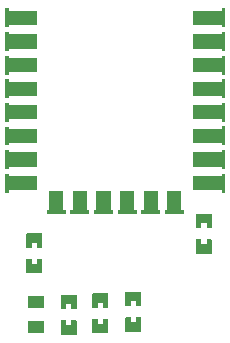
<source format=gtp>
G04 Layer: TopPasteMaskLayer*
G04 EasyEDA v6.5.51, 2025-11-13 11:14:40*
G04 bf1f3799a3224107ae82f300eded96c1,09fcd8053ca944d09a55be336b12f992,10*
G04 Gerber Generator version 0.2*
G04 Scale: 100 percent, Rotated: No, Reflected: No *
G04 Dimensions in millimeters *
G04 leading zeros omitted , absolute positions ,4 integer and 5 decimal *
%FSLAX45Y45*%
%MOMM*%

%ADD10R,1.3995X1.0000*%
%ADD11R,0.0151X1.0000*%

%LPD*%
G36*
X980287Y-2750108D02*
G01*
X939292Y-2750616D01*
X934313Y-2755595D01*
X934313Y-2870606D01*
X939292Y-2875584D01*
X1067308Y-2875584D01*
X1072286Y-2870606D01*
X1072286Y-2755595D01*
X1067308Y-2750616D01*
X1025296Y-2751074D01*
X1025296Y-2795117D01*
X980287Y-2795117D01*
G37*
G36*
X939292Y-2534615D02*
G01*
X934313Y-2539593D01*
X934313Y-2654604D01*
X939292Y-2659583D01*
X981303Y-2659126D01*
X981303Y-2615082D01*
X1026312Y-2615082D01*
X1026312Y-2660091D01*
X1067308Y-2659583D01*
X1072286Y-2654604D01*
X1072286Y-2539593D01*
X1067308Y-2534615D01*
G37*
G36*
X1218692Y-2521915D02*
G01*
X1213713Y-2526893D01*
X1213713Y-2641904D01*
X1218692Y-2646883D01*
X1260703Y-2646426D01*
X1260703Y-2602382D01*
X1305712Y-2602382D01*
X1305712Y-2647391D01*
X1346708Y-2646883D01*
X1351686Y-2641904D01*
X1351686Y-2526893D01*
X1346708Y-2521915D01*
G37*
G36*
X1259687Y-2737408D02*
G01*
X1218692Y-2737916D01*
X1213713Y-2742895D01*
X1213713Y-2857906D01*
X1218692Y-2862884D01*
X1346708Y-2862884D01*
X1351686Y-2857906D01*
X1351686Y-2742895D01*
X1346708Y-2737916D01*
X1304696Y-2738374D01*
X1304696Y-2782417D01*
X1259687Y-2782417D01*
G37*
G36*
X200304Y-124002D02*
G01*
X200304Y-284022D01*
X230327Y-284022D01*
X230327Y-264007D01*
X470306Y-264007D01*
X470306Y-144018D01*
X230327Y-144018D01*
X230327Y-124002D01*
G37*
G36*
X1570329Y-1667916D02*
G01*
X1570329Y-1831898D01*
X1550314Y-1831898D01*
X1550314Y-1861870D01*
X1710283Y-1861870D01*
X1710283Y-1831898D01*
X1690319Y-1831898D01*
X1690319Y-1667916D01*
G37*
G36*
X200304Y-324002D02*
G01*
X200304Y-483971D01*
X230327Y-483971D01*
X230327Y-464007D01*
X470306Y-464007D01*
X470306Y-344017D01*
X230327Y-344017D01*
X230327Y-324002D01*
G37*
G36*
X200304Y-524001D02*
G01*
X200304Y-684022D01*
X230327Y-684022D01*
X230327Y-664006D01*
X470306Y-664006D01*
X470306Y-544017D01*
X230327Y-544017D01*
X230327Y-524001D01*
G37*
G36*
X200304Y-724001D02*
G01*
X200304Y-883970D01*
X230327Y-883970D01*
X230327Y-864006D01*
X470306Y-864006D01*
X470306Y-744016D01*
X230327Y-744016D01*
X230327Y-724001D01*
G37*
G36*
X200304Y-924001D02*
G01*
X200304Y-1084021D01*
X230327Y-1084021D01*
X230327Y-1064006D01*
X470306Y-1064006D01*
X470306Y-944016D01*
X230327Y-944016D01*
X230327Y-924001D01*
G37*
G36*
X200304Y-1124000D02*
G01*
X200304Y-1283970D01*
X230327Y-1283970D01*
X230327Y-1264005D01*
X470306Y-1264005D01*
X470306Y-1144016D01*
X230327Y-1144016D01*
X230327Y-1124000D01*
G37*
G36*
X200304Y-1324000D02*
G01*
X200304Y-1484020D01*
X230327Y-1484020D01*
X230327Y-1464005D01*
X470306Y-1464005D01*
X470306Y-1344015D01*
X230327Y-1344015D01*
X230327Y-1324000D01*
G37*
G36*
X200304Y-1524000D02*
G01*
X200304Y-1684020D01*
X230327Y-1684020D01*
X230327Y-1664004D01*
X470306Y-1664004D01*
X470306Y-1544015D01*
X230327Y-1544015D01*
X230327Y-1524000D01*
G37*
G36*
X2030323Y-123799D02*
G01*
X2030323Y-143814D01*
X1790293Y-143814D01*
X1790293Y-263804D01*
X2030323Y-263804D01*
X2030323Y-283768D01*
X2060295Y-283768D01*
X2060295Y-123799D01*
G37*
G36*
X2030323Y-323799D02*
G01*
X2030323Y-343814D01*
X1790293Y-343814D01*
X1790293Y-463804D01*
X2030323Y-463804D01*
X2030323Y-483819D01*
X2060295Y-483819D01*
X2060295Y-323799D01*
G37*
G36*
X2030323Y-523798D02*
G01*
X2030323Y-543814D01*
X1790293Y-543814D01*
X1790293Y-663803D01*
X2030323Y-663803D01*
X2030323Y-683768D01*
X2060295Y-683768D01*
X2060295Y-523798D01*
G37*
G36*
X2030323Y-723798D02*
G01*
X2030323Y-743813D01*
X1790293Y-743813D01*
X1790293Y-863803D01*
X2030323Y-863803D01*
X2030323Y-883818D01*
X2060295Y-883818D01*
X2060295Y-723798D01*
G37*
G36*
X2030323Y-923798D02*
G01*
X2030323Y-943813D01*
X1790293Y-943813D01*
X1790293Y-1063802D01*
X2030323Y-1063802D01*
X2030323Y-1083767D01*
X2060295Y-1083767D01*
X2060295Y-923798D01*
G37*
G36*
X2030323Y-1123797D02*
G01*
X2030323Y-1143812D01*
X1790293Y-1143812D01*
X1790293Y-1263802D01*
X2030323Y-1263802D01*
X2030323Y-1283817D01*
X2060295Y-1283817D01*
X2060295Y-1123797D01*
G37*
G36*
X2030323Y-1323797D02*
G01*
X2030323Y-1343812D01*
X1790293Y-1343812D01*
X1790293Y-1463802D01*
X2030323Y-1463802D01*
X2030323Y-1483766D01*
X2060295Y-1483766D01*
X2060295Y-1323797D01*
G37*
G36*
X2030323Y-1523796D02*
G01*
X2030323Y-1543812D01*
X1790293Y-1543812D01*
X1790293Y-1663801D01*
X2030323Y-1663801D01*
X2030323Y-1683816D01*
X2060295Y-1683816D01*
X2060295Y-1523796D01*
G37*
G36*
X1370330Y-1667814D02*
G01*
X1370330Y-1831797D01*
X1350314Y-1831797D01*
X1350314Y-1861820D01*
X1510284Y-1861820D01*
X1510284Y-1831797D01*
X1490319Y-1831797D01*
X1490319Y-1667814D01*
G37*
G36*
X1170330Y-1667814D02*
G01*
X1170330Y-1831797D01*
X1150315Y-1831797D01*
X1150315Y-1861820D01*
X1310284Y-1861820D01*
X1310284Y-1831797D01*
X1290320Y-1831797D01*
X1290320Y-1667814D01*
G37*
G36*
X970330Y-1667814D02*
G01*
X970330Y-1831797D01*
X950315Y-1831797D01*
X950315Y-1861820D01*
X1110284Y-1861820D01*
X1110284Y-1831797D01*
X1090320Y-1831797D01*
X1090320Y-1667814D01*
G37*
G36*
X770331Y-1667764D02*
G01*
X770331Y-1831746D01*
X750316Y-1831746D01*
X750316Y-1861769D01*
X910285Y-1861769D01*
X910285Y-1831746D01*
X890320Y-1831746D01*
X890320Y-1667764D01*
G37*
G36*
X570331Y-1667916D02*
G01*
X570331Y-1831898D01*
X550316Y-1831898D01*
X550316Y-1861921D01*
X710285Y-1861921D01*
X710285Y-1831898D01*
X690321Y-1831898D01*
X690321Y-1667916D01*
G37*
G36*
X1815592Y-1861972D02*
G01*
X1810613Y-1867001D01*
X1810613Y-1982012D01*
X1815592Y-1986991D01*
X1857603Y-1986483D01*
X1857603Y-1942490D01*
X1902612Y-1942490D01*
X1902612Y-1987499D01*
X1943607Y-1986991D01*
X1948586Y-1982012D01*
X1948586Y-1867001D01*
X1943607Y-1861972D01*
G37*
G36*
X1815592Y-2077008D02*
G01*
X1810613Y-2081987D01*
X1810613Y-2196998D01*
X1815592Y-2201976D01*
X1943607Y-2201976D01*
X1948586Y-2196998D01*
X1948586Y-2081987D01*
X1943607Y-2077008D01*
X1902612Y-2077516D01*
X1902612Y-2121509D01*
X1857603Y-2121509D01*
X1857603Y-2077008D01*
G37*
G36*
X380492Y-2027072D02*
G01*
X375513Y-2032101D01*
X375513Y-2147112D01*
X380492Y-2152091D01*
X422503Y-2151583D01*
X422503Y-2107590D01*
X467512Y-2107590D01*
X467512Y-2152599D01*
X508508Y-2152091D01*
X513486Y-2147112D01*
X513486Y-2032101D01*
X508508Y-2027072D01*
G37*
G36*
X380492Y-2242108D02*
G01*
X375513Y-2247087D01*
X375513Y-2362098D01*
X380492Y-2367076D01*
X508508Y-2367076D01*
X513486Y-2362098D01*
X513486Y-2247087D01*
X508508Y-2242108D01*
X467512Y-2242616D01*
X467512Y-2286609D01*
X422503Y-2286609D01*
X422503Y-2242108D01*
G37*
G36*
X713587Y-2762300D02*
G01*
X672592Y-2762808D01*
X667613Y-2767787D01*
X667613Y-2882798D01*
X672592Y-2887827D01*
X800608Y-2887827D01*
X805586Y-2882798D01*
X805586Y-2767787D01*
X800608Y-2762808D01*
X758596Y-2763316D01*
X758596Y-2807309D01*
X713587Y-2807309D01*
G37*
G36*
X672592Y-2547823D02*
G01*
X667613Y-2552801D01*
X667613Y-2667812D01*
X672592Y-2672791D01*
X713587Y-2672283D01*
X713587Y-2628290D01*
X758596Y-2628290D01*
X758596Y-2672791D01*
X800608Y-2672791D01*
X805586Y-2667812D01*
X805586Y-2552801D01*
X800608Y-2547823D01*
G37*
D10*
G01*
X457200Y-2612770D03*
G01*
X457200Y-2822829D03*
M02*

</source>
